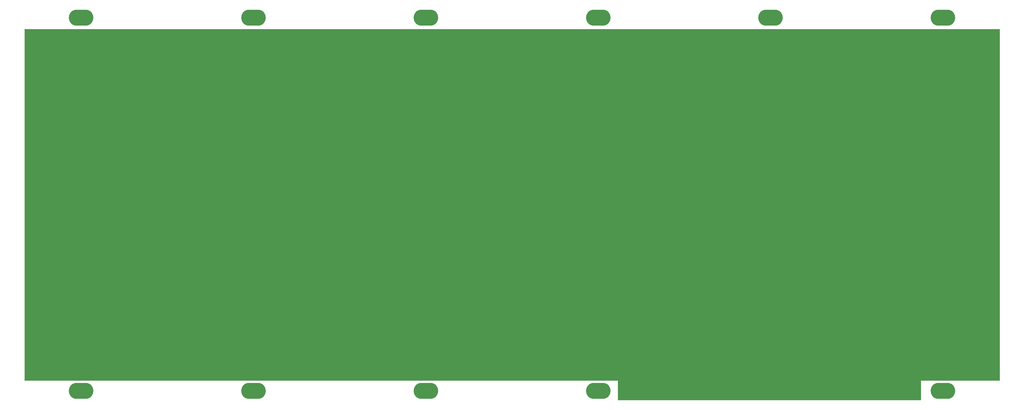
<source format=gbr>
%TF.GenerationSoftware,KiCad,Pcbnew,(5.99.0-2421-g2ea5528cd)*%
%TF.CreationDate,2020-08-11T23:59:47-04:00*%
%TF.ProjectId,FR4-plate-new,4652342d-706c-4617-9465-2d6e65772e6b,rev?*%
%TF.SameCoordinates,Original*%
%TF.FileFunction,Soldermask,Top*%
%TF.FilePolarity,Negative*%
%FSLAX46Y46*%
G04 Gerber Fmt 4.6, Leading zero omitted, Abs format (unit mm)*
G04 Created by KiCad (PCBNEW (5.99.0-2421-g2ea5528cd)) date 2020-08-11 23:59:47*
%MOMM*%
%LPD*%
G01*
G04 APERTURE LIST*
%ADD10C,0.100000*%
%ADD11O,10.000000X6.500000*%
%ADD12C,5.000000*%
%ADD13C,9.200000*%
G04 APERTURE END LIST*
D10*
G36*
X396000000Y-153000000D02*
G01*
X364000000Y-153000000D01*
X364000000Y-161000000D01*
X241000000Y-161000000D01*
X241000000Y-153000000D01*
X0Y-153000000D01*
X0Y-10000000D01*
X396000000Y-10000000D01*
X396000000Y-153000000D01*
G37*
X396000000Y-153000000D02*
X364000000Y-153000000D01*
X364000000Y-161000000D01*
X241000000Y-161000000D01*
X241000000Y-153000000D01*
X0Y-153000000D01*
X0Y-10000000D01*
X396000000Y-10000000D01*
X396000000Y-153000000D01*
D11*
%TO.C,H8*%
X93000000Y-157200000D03*
%TD*%
%TO.C,H6*%
X373000000Y-5375000D03*
%TD*%
D12*
%TO.C,H20*%
X276262300Y-52712500D03*
%TD*%
D11*
%TO.C,H11*%
X373000000Y-157200000D03*
%TD*%
%TO.C,H10*%
X233000000Y-157200000D03*
%TD*%
D13*
%TO.C,H26*%
X283725500Y-52712500D03*
%TD*%
%TO.C,H28*%
X321825500Y-52712500D03*
%TD*%
D12*
%TO.C,H14*%
X109894250Y-14675000D03*
%TD*%
D11*
%TO.C,H4*%
X233000000Y-5375000D03*
%TD*%
%TO.C,H1*%
X23000000Y-5375000D03*
%TD*%
D12*
%TO.C,H21*%
X333731750Y-14675000D03*
%TD*%
%TO.C,H24*%
X305157000Y-119100000D03*
%TD*%
%TO.C,H16*%
X190856750Y-14675000D03*
%TD*%
D11*
%TO.C,H7*%
X23000000Y-157200000D03*
%TD*%
D12*
%TO.C,H18*%
X208963000Y-52712500D03*
%TD*%
%TO.C,H15*%
X119763000Y-52712500D03*
%TD*%
D11*
%TO.C,H3*%
X163000000Y-5375000D03*
%TD*%
D12*
%TO.C,H13*%
X25263000Y-26375000D03*
%TD*%
%TO.C,H17*%
X196762300Y-52712500D03*
%TD*%
D13*
%TO.C,H29*%
X25263000Y-16375000D03*
%TD*%
D12*
%TO.C,H25*%
X314681750Y-149531112D03*
%TD*%
%TO.C,H19*%
X271819250Y-14675000D03*
%TD*%
D13*
%TO.C,H27*%
X302775500Y-52712500D03*
%TD*%
D11*
%TO.C,H2*%
X93000000Y-5375000D03*
%TD*%
D12*
%TO.C,H12*%
X8563000Y-52712500D03*
%TD*%
%TO.C,H23*%
X252769250Y-149531112D03*
%TD*%
%TO.C,H22*%
X387437000Y-52712500D03*
%TD*%
D11*
%TO.C,H5*%
X303000000Y-5375000D03*
%TD*%
%TO.C,H9*%
X163000000Y-157200000D03*
%TD*%
M02*

</source>
